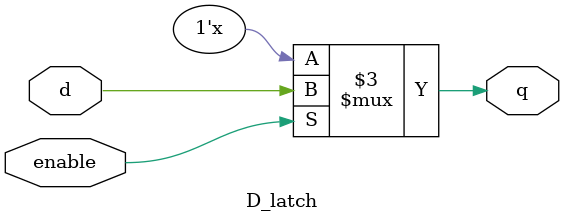
<source format=v>
module D_latch(input d,enable,output reg q);

always@(*)begin
	
	if(enable)begin
	        q=d;
	end
	else begin
	        q=q;
	end
end	
endmodule

</source>
